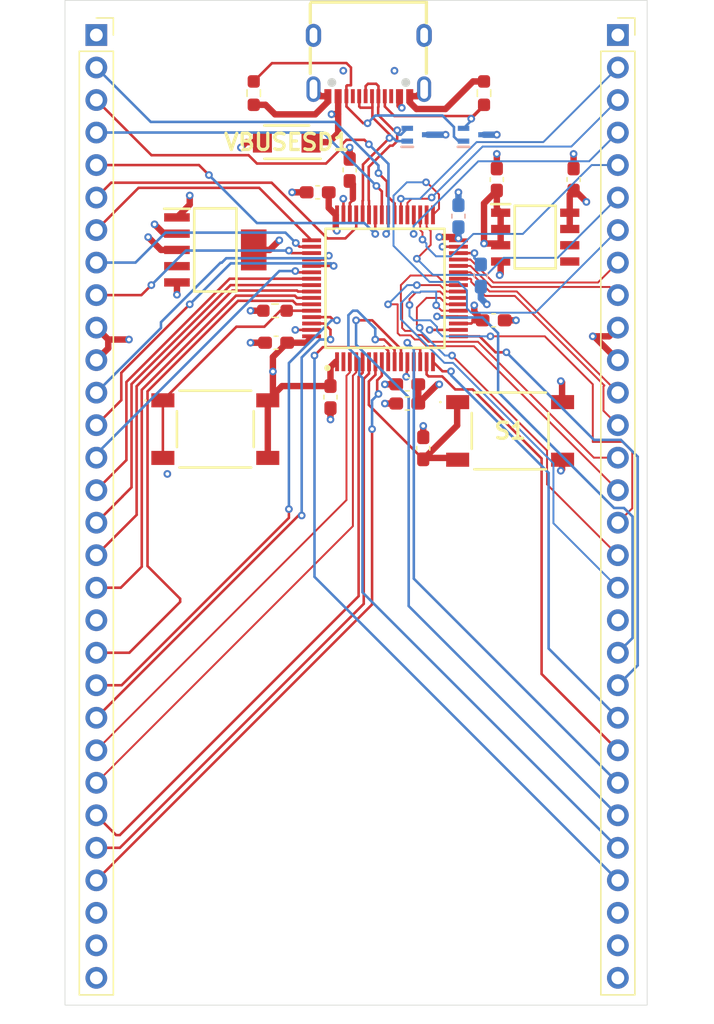
<source format=kicad_pcb>
(kicad_pcb (version 20240108) (generator "pcbnew") (generator_version "8.0")
  (layers (0 "F.Cu" signal) (1 "In1.Cu" power) (2 "In2.Cu" power) (31 "B.Cu" signal) (34 "B.Paste" user) (35 "F.Paste" user) (36 "B.SilkS" user "B.Silkscreen") (37 "F.SilkS" user "F.Silkscreen") (38 "B.Mask" user) (39 "F.Mask" user) (44 "Edge.Cuts" user))
  (net 0 "")
  (net 1 "/1.8V")
  (net 2 "GND")
  (net 3 "/VDDA")
  (net 5 "/VBUS")
  (net 8 "/NRST")
  (net 9 "Net-(MCU1-VCAP_1)")
  (net 10 "Net-(MCU1-VCAP_2)")
  (net 11 "/CC1")
  (net 12 "/CC2")
  (net 13 "/D+")
  (net 14 "/D-")
  (net 15 "/BOOT0")
  (net 16 "/PA15")
  (net 17 "/PC10")
  (net 18 "/PB15")
  (net 19 "/PB3")
  (net 20 "/PA3")
  (net 21 "/PC11")
  (net 22 "/PB7")
  (net 23 "/PA8")
  (net 24 "/PA5")
  (net 25 "/PB6")
  (net 26 "/PH0")
  (net 27 "/PA13")
  (net 28 "/PB4")
  (net 29 "/PC12")
  (net 30 "/PA7")
  (net 31 "/PA14")
  (net 32 "/PC14")
  (net 33 "/PA9")
  (net 34 "/PB0")
  (net 35 "/PB10")
  (net 36 "/PC9")
  (net 37 "/PH1")
  (net 38 "/PC5")
  (net 39 "/PB9")
  (net 40 "/PA0")
  (net 41 "/PC15")
  (net 42 "/PC3")
  (net 43 "/PB1")
  (net 44 "/PA10")
  (net 45 "/PA4")
  (net 46 "/PC1")
  (net 47 "/PB14")
  (net 48 "/PC2")
  (net 49 "/PA1")
  (net 50 "/PC6")
  (net 51 "/PC4")
  (net 52 "/PC7")
  (net 53 "/PA2")
  (net 54 "/PA6")
  (net 55 "/PB8")
  (net 57 "/PB13")
  (net 58 "/PD2")
  (net 59 "/PC0")
  (net 60 "/PB2")
  (net 61 "/PB5")
  (net 62 "/PB12")
  (footprint "Capacitor_SMD:C_0603_1608Metric_Pad1.08x0.95mm_HandSolder" (layer "F.Cu") (at 103.5 50.75 90)
    (property "Reference" "C10" (hide yes))
    (property "Value" "2.2uF 10V")
  )
  (footprint "SamacSys_Parts:SOIC127P600X175-8N" (layer "F.Cu") (at 118 56)
    (property "Reference" "3.3VLDO1" (hide yes))
    (property "Value" "MCP1726-3302E_SNVAO" (hide yes))
  )
  (footprint "Capacitor_SMD:C_0603_1608Metric_Pad1.08x0.95mm_HandSolder" (layer "F.Cu") (at 114.75 62.5)
    (property "Reference" "C7" (hide yes))
    (property "Value" "100nF 10V")
  )
  (footprint "Capacitor_SMD:C_0603_1608Metric_Pad1.08x0.95mm_HandSolder" (layer "F.Cu") (at 102 68.5 -90)
    (property "Reference" "C3" (hide yes))
    (property "Value" "100nF 10V")
  )
  (footprint "Connector_PinSocket_2.54mm:PinSocket_1x30_P2.54mm_Vertical" (layer "F.Cu") (at 83.7 40.21)
    (property "Reference" "J1" (hide yes))
    (property "Value" "Conn_01x30_Socket")
  )
  (footprint "Resistor_SMD:R_0603_1608Metric_Pad0.98x0.95mm_HandSolder" (layer "F.Cu") (at 96 44.75 -90)
    (property "Reference" "R1" (hide yes))
    (property "Value" "5.1kOhm 0.1W")
  )
  (footprint "Capacitor_SMD:C_0603_1608Metric_Pad1.08x0.95mm_HandSolder" (layer "F.Cu") (at 115 51.5 90)
    (property "Reference" "C1" (hide yes))
    (property "Value" "4.7uF 16V")
  )
  (footprint "SamacSys_Parts:TS406643BK160SMTTR" (layer "F.Cu") (at 116.04 71.14)
    (property "Reference" "S1")
    (property "Value" "SHOU HAN TS6643TP 250gf 009" (hide yes))
  )
  (footprint "Capacitor_SMD:C_0603_1608Metric_Pad1.08x0.95mm_HandSolder" (layer "F.Cu") (at 121 51.5 90)
    (property "Reference" "C2" (hide yes))
    (property "Value" "1uF 10V")
  )
  (footprint "SamacSys_Parts:SOT127P706X180-6N" (layer "F.Cu") (at 93 57)
    (property "Reference" "1.8VLDO1" (hide yes))
    (property "Value" "TPS73618QDCQRQ1" (hide yes))
  )
  (footprint "Resistor_SMD:R_0603_1608Metric_Pad0.98x0.95mm_HandSolder" (layer "F.Cu") (at 97.6625 61.75 180)
    (property "Reference" "R3" (hide yes))
    (property "Value" "10kOhm 0.1W")
  )
  (footprint "SamacSys_Parts:TS406643BK160SMTTR" (layer "F.Cu") (at 93 71)
    (property "Reference" "S2" (hide yes))
    (property "Value" "SHOU HAN TS6643TP 250gf 009" (hide yes))
  )
  (footprint "Resistor_SMD:R_0603_1608Metric_Pad0.98x0.95mm_HandSolder" (layer "F.Cu") (at 114 44.75 90)
    (property "Reference" "R2" (hide yes))
    (property "Value" "5.1kOhm 0.1W")
  )
  (footprint "SamacSys_Parts:QFP50P1200X1200X160-64N" (layer "F.Cu") (at 106.262 60 90)
    (property "Reference" "MCU1" (hide yes))
    (property "Value" "STM32H7B0RBT6" (hide yes))
  )
  (footprint "SamacSys_Parts:SODFL4626X140N" (layer "F.Cu") (at 98.58 48.58 180)
    (property "Reference" "VBUSESD1")
    (property "Value" "SMA6L5.0A_TR13" (hide yes))
  )
  (footprint "Capacitor_SMD:C_0603_1608Metric_Pad1.08x0.95mm_HandSolder" (layer "F.Cu") (at 97.75 64.25 180)
    (property "Reference" "C12" (hide yes))
    (property "Value" "100nF 10V")
  )
  (footprint "Capacitor_SMD:C_0603_1608Metric_Pad1.08x0.95mm_HandSolder" (layer "F.Cu") (at 109.25 72.5 90)
    (property "Reference" "C6" (hide yes))
    (property "Value" "100nF 10V")
  )
  (footprint "REQUIRED:conn" (layer "F.Cu") (at 104.995 42.615 180)
    (property "Reference" "USB1" (hide yes))
    (property "Value" "~")
    (fp_poly (pts (xy 3.24 -1.305) (xy 3.22287 -1.413156) (xy 3.173156 -1.510725) (xy 3.095725 -1.588156) (xy 2.998156 -1.63787) (xy 2.89 -1.655) (xy 2.781844 -1.63787) (xy 2.684275 -1.588156) (xy 2.606844 -1.510725) (xy 2.55713 -1.413156) (xy 2.54 -1.305) (xy 2.55713 -1.196844) (xy 2.606844 -1.099275) (xy 2.684275 -1.021844) (xy 2.781844 -0.97213) (xy 2.89 -0.955) (xy 2.998156 -0.97213) (xy 3.095725 -1.021844) (xy 3.173156 -1.099275) (xy 3.22287 -1.196844)) (fill solid) (layer "Edge.Cuts"))
    (fp_poly (pts (xy -2.54 -1.305) (xy -2.55713 -1.413156) (xy -2.606844 -1.510725) (xy -2.684275 -1.588156) (xy -2.781844 -1.63787) (xy -2.89 -1.655) (xy -2.998156 -1.63787) (xy -3.095725 -1.588156) (xy -3.173156 -1.510725) (xy -3.22287 -1.413156) (xy -3.24 -1.305) (xy -3.22287 -1.196844) (xy -3.173156 -1.099275) (xy -3.095725 -1.021844) (xy -2.998156 -0.97213) (xy -2.89 -0.955) (xy -2.781844 -0.97213) (xy -2.684275 -1.021844) (xy -2.606844 -1.099275) (xy -2.55713 -1.196844)) (fill solid) (layer "Edge.Cuts"))
  )
  (footprint "Capacitor_SMD:C_0603_1608Metric_Pad1.08x0.95mm_HandSolder" (layer "F.Cu") (at 101 52.5 180)
    (property "Reference" "C11" (hide yes))
    (property "Value" "100nF 10V")
  )
  (footprint "Capacitor_SMD:C_0603_1608Metric_Pad1.08x0.95mm_HandSolder" (layer "F.Cu") (at 108 69 180)
    (property "Reference" "C5" (hide yes))
    (property "Value" "100nf 10V")
  )
  (footprint "Capacitor_SMD:C_0603_1608Metric_Pad1.08x0.95mm_HandSolder" (layer "F.Cu") (at 108 67.5 180)
    (property "Reference" "C4" (hide yes))
    (property "Value" "1uF 10V")
  )
  (footprint "Connector_PinSocket_2.54mm:PinSocket_1x30_P2.54mm_Vertical" (layer "F.Cu") (at 124.46 40.21)
    (property "Reference" "J2" (hide yes))
    (property "Value" "Conn_01x30_Socket")
  )
  (footprint "Capacitor_SMD:C_0603_1608Metric_Pad1.08x0.95mm_HandSolder" (layer "B.Cu") (at 112 54.3625 90)
    (property "Reference" "C9" (hide yes))
    (property "Value" "100nF 10V")
  )
  (footprint "SamacSys_Parts:SOT50P160X90-3N" (layer "B.Cu") (at 113.2 48)
    (property "Reference" "CCESD1" (hide yes))
    (property "Value" "RCLAMP0502BATCT" (hide yes))
  )
  (footprint "Capacitor_SMD:C_0603_1608Metric_Pad1.08x0.95mm_HandSolder" (layer "B.Cu") (at 113.75 59 -90)
    (property "Reference" "C8" (hide yes))
    (property "Value" "2.2uF 10V")
  )
  (footprint "SamacSys_Parts:SOT50P160X90-3N" (layer "B.Cu") (at 108.8 48)
    (property "Reference" "DATAESD1" (hide yes))
    (property "Value" "RCLAMP0502BATCT" (hide yes))
  )
  (gr_rect (start 81.25 37.5) (end 126.75 116) (stroke (width 0.05)) (fill none) (layer "Edge.Cuts"))
  (segment (start 84.63 64) (end 84.63 64.68) (width 0.5) (layer "F.Cu") (net 1))
  (segment (start 84.63 64.68) (end 83.7 65.61) (width 0.5) (layer "F.Cu") (net 1))
  (segment (start 84.63 64) (end 83.7 63.07) (width 0.5) (layer "F.Cu") (net 1))
  (segment (start 86.25 64) (end 84.63 64) (width 0.5) (layer "F.Cu") (net 1))
  (segment (start 88.98 55.73) (end 88.25 55) (width 0.5) (layer "F.Cu") (net 1))
  (segment (start 90 55.73) (end 88.98 55.73) (width 0.5) (layer "F.Cu") (net 1))
  (via (at 86.25 64) (size 0.6) (drill 0.3) (layers "F.Cu" "B.Cu") (net 1))
  (via (at 88.25 55) (size 0.6) (drill 0.3) (layers "F.Cu" "B.Cu") (net 1))
  (segment (start 90 57) (end 88.75 57) (width 0.5) (layer "F.Cu") (net 2))
  (segment (start 115.3 57.905) (end 115.3 58.889338) (width 0.5) (layer "F.Cu") (net 2))
  (segment (start 112 56.75) (end 110.75 56.75) (width 0.2) (layer "F.Cu") (net 2))
  (segment (start 101.8 45) (end 101.8 45.42) (width 0.5) (layer "F.Cu") (net 2))
  (segment (start 115.6125 62.5) (end 116.5 62.5) (width 0.5) (layer "F.Cu") (net 2))
  (segment (start 101.795 44.99) (end 101.795 44.995) (width 0.5) (layer "F.Cu") (net 2))
  (segment (start 120.1 73.25) (end 120.1 74.15) (width 0.5) (layer "F.Cu") (net 2))
  (segment (start 107.962 66.858513) (end 107.962 65.788) (width 0.2) (layer "F.Cu") (net 2))
  (segment (start 115.3 58.889338) (end 115.219669 58.969669) (width 0.5) (layer "F.Cu") (net 2))
  (segment (start 120.1 67.35) (end 120 67.25) (width 0.5) (layer "F.Cu") (net 2))
  (segment (start 108.77 44.99) (end 109.32 44.44) (width 0.5) (layer "F.Cu") (net 2))
  (segment (start 107.912 66.908513) (end 107.962 66.858513) (width 0.2) (layer "F.Cu") (net 2))
  (segment (start 103.5 49.8875) (end 103.5 49) (width 0.5) (layer "F.Cu") (net 2))
  (segment (start 107.1375 69) (end 106.25 69) (width 0.5) (layer "F.Cu") (net 2))
  (segment (start 96.75 61.75) (end 95.75 61.75) (width 0.5) (layer "F.Cu") (net 2))
  (segment (start 96.8875 64.25) (end 95.75 64.25) (width 0.5) (layer "F.Cu") (net 2))
  (segment (start 95.42 48.58) (end 95 49) (width 0.5) (layer "F.Cu") (net 2))
  (segment (start 120.1 74.15) (end 120 74.25) (width 0.5) (layer "F.Cu") (net 2))
  (segment (start 108.72 45.99) (end 110.99 45.99) (width 0.5) (layer "F.Cu") (net 2))
  (segment (start 102 69.3625) (end 102 70.25) (width 0.5) (layer "F.Cu") (net 2))
  (segment (start 100.81 46.41) (end 97.67 46.41) (width 0.5) (layer "F.Cu") (net 2))
  (segment (start 100.524 63.25) (end 99.25 63.25) (width 0.2) (layer "F.Cu") (net 2))
  (segment (start 108.2 45.47) (end 108.72 45.99) (width 0.5) (layer "F.Cu") (net 2))
  (segment (start 96.68 48.58) (end 95.42 48.58) (width 0.5) (layer "F.Cu") (net 2))
  (segment (start 103.012 53.012) (end 103 53) (width 0.2) (layer "F.Cu") (net 2))
  (segment (start 120.1 68.75) (end 120.1 67.35) (width 0.5) (layer "F.Cu") (net 2))
  (segment (start 108.2 45) (end 108.2 45.47) (width 0.5) (layer "F.Cu") (net 2))
  (segment (start 100.1375 52.5) (end 99 52.5) (width 0.5) (layer "F.Cu") (net 2))
  (segment (start 101.795 44.99) (end 101.22 44.99) (width 0.5) (layer "F.Cu") (net 2))
  (segment (start 97.67 46.41) (end 96.9225 45.6625) (width 0.5) (layer "F.Cu") (net 2))
  (segment (start 113.1425 43.8375) (end 114 43.8375) (width 0.5) (layer "F.Cu") (net 2))
  (segment (start 101.22 44.99) (end 100.67 44.44) (width 0.5) (layer "F.Cu") (net 2))
  (segment (start 107.962 65.788) (end 108.012 65.738) (width 0.2) (layer "F.Cu") (net 2))
  (segment (start 88.75 57) (end 87.75 56) (width 0.5) (layer "F.Cu") (net 2))
  (segment (start 97.25 57) (end 98 56.25) (width 0.5) (layer "F.Cu") (net 2))
  (segment (start 115 50.6375) (end 115 49.5) (width 0.5) (layer "F.Cu") (net 2))
  (segment (start 112 63.25) (end 109.75 63.25) (width 0.2) (layer "F.Cu") (net 2))
  (segment (start 101.795 44.995) (end 101.8 45) (width 0.5) (layer "F.Cu") (net 2))
  (segment (start 101.8 45.42) (end 100.81 46.41) (width 0.5) (layer "F.Cu") (net 2))
  (segment (start 121 50.6375) (end 121 49.5) (width 0.5) (layer "F.Cu") (net 2))
  (segment (start 107.1375 67.5) (end 106.25 67.5) (width 0.5) (layer "F.Cu") (net 2))
  (segment (start 103.012 54.262) (end 103.012 53.012) (width 0.2) (layer "F.Cu") (net 2))
  (segment (start 96 57) (end 97.25 57) (width 0.5) (layer "F.Cu") (net 2))
  (segment (start 108.195 44.99) (end 108.77 44.99) (width 0.5) (layer "F.Cu") (net 2))
  (segment (start 96.9225 45.6625) (end 96 45.6625) (width 0.5) (layer "F.Cu") (net 2))
  (segment (start 110.99 45.99) (end 113.1425 43.8375) (width 0.5) (layer "F.Cu") (net 2))
  (segment (start 109.25 71.6375) (end 109.25 70.75) (width 0.5) (layer "F.Cu") (net 2))
  (via (at 103 53) (size 0.6) (drill 0.3) (layers "F.Cu" "B.Cu") (net 2))
  (via (at 115 49.5) (size 0.6) (drill 0.3) (layers "F.Cu" "B.Cu") (net 2))
  (via (at 99 52.5) (size 0.6) (drill 0.3) (layers "F.Cu" "B.Cu") (net 2))
  (via (at 95.75 64.25) (size 0.6) (drill 0.3) (layers "F.Cu" "B.Cu") (net 2))
  (via (at 112 52.5) (size 0.6) (drill 0.3) (layers "F.Cu" "B.Cu") (net 2))
  (via (at 115 48) (size 0.6) (drill 0.3) (layers "F.Cu" "B.Cu") (net 2))
  (via (at 109.25 70.75) (size 0.6) (drill 0.3) (layers "F.Cu" "B.Cu") (net 2))
  (via (at 89.25 74.5) (size 0.6) (drill 0.3) (layers "F.Cu" "B.Cu") (net 2))
  (via (at 121 49.5) (size 0.6) (drill 0.3) (layers "F.Cu" "B.Cu") (net 2))
  (via (at 114.219669 61.25) (size 0.6) (drill 0.3) (layers "F.Cu" "B.Cu") (net 2))
  (via (at 120 67.25) (size 0.6) (drill 0.3) (layers "F.Cu" "B.Cu") (net 2))
  (via (at 95.75 61.75) (size 0.6) (drill 0.3) (layers "F.Cu" "B.Cu") (net 2))
  (via (at 98 56.25) (size 0.6) (drill 0.3) (layers "F.Cu" "B.Cu") (net 2))
  (via (at 120 74.25) (size 0.6) (drill 0.3) (layers "F.Cu" "B.Cu") (net 2))
  (via (at 116.5 62.5) (size 0.6) (drill 0.3) (layers "F.Cu" "B.Cu") (net 2))
  (via (at 107.912 66.908513) (size 0.6) (drill 0.3) (layers "F.Cu" "B.Cu") (net 2))
  (via (at 103.5 49) (size 0.6) (drill 0.3) (layers "F.Cu" "B.Cu") (net 2))
  (via (at 115.219669 58.969669) (size 0.6) (drill 0.3) (layers "F.Cu" "B.Cu") (net 2))
  (via (at 87.75 56) (size 0.6) (drill 0.3) (layers "F.Cu" "B.Cu") (net 2))
  (via (at 106.25 69) (size 0.6) (drill 0.3) (layers "F.Cu" "B.Cu") (net 2))
  (via (at 99.25 63.25) (size 0.6) (drill 0.3) (layers "F.Cu" "B.Cu") (net 2))
  (via (at 95 49) (size 0.6) (drill 0.3) (layers "F.Cu" "B.Cu") (net 2))
  (via (at 106.25 67.5) (size 0.6) (drill 0.3) (layers "F.Cu" "B.Cu") (net 2))
  (via (at 102 70.25) (size 0.6) (drill 0.3) (layers "F.Cu" "B.Cu") (net 2))
  (via (at 109.75 63.25) (size 0.6) (drill 0.3) (layers "F.Cu" "B.Cu") (net 2))
  (via (at 111 48) (size 0.6) (drill 0.3) (layers "F.Cu" "B.Cu") (net 2))
  (via (at 110.75 56.75) (size 0.6) (drill 0.3) (layers "F.Cu" "B.Cu") (net 2))
  (segment (start 109.6 48) (end 111 48) (width 0.5) (layer "B.Cu") (net 2))
  (segment (start 112 53.5) (end 112 52.5) (width 0.5) (layer "B.Cu") (net 2))
  (segment (start 114 48) (end 115 48) (width 0.5) (layer "B.Cu") (net 2))
  (segment (start 113.75 59.8625) (end 113.75 60.780331) (width 0.5) (layer "B.Cu") (net 2))
  (segment (start 113.75 60.780331) (end 114.219669 61.25) (width 0.5) (layer "B.Cu") (net 2))
  (segment (start 100.124 64.25) (end 100.524 63.85) (width 0.5) (layer "F.Cu") (net 3))
  (segment (start 110.5 67.5) (end 110.3625 67.5) (width 0.5) (layer "F.Cu") (net 3))
  (segment (start 102 67.6375) (end 102 66.15) (width 0.5) (layer "F.Cu") (net 3))
  (segment (start 123.78 63.75) (end 124.46 63.07) (width 0.5) (layer "F.Cu") (net 3))
  (segment (start 108.8625 67.5) (end 108.8625 69) (width 0.5) (layer "F.Cu") (net 3))
  (segment (start 111.841051 55.991051) (end 112 56.15) (width 0.5) (layer "F.Cu") (net 3))
  (segment (start 108.512 67.1495) (end 108.8625 67.5) (width 0.2) (layer "F.Cu") (net 3))
  (segment (start 113.2375 61.328493) (end 113.2375 61.85) (width 0.5) (layer "F.Cu") (net 3))
  (segment (start 122.5 63.75) (end 122.6 63.75) (width 0.5) (layer "F.Cu") (net 3))
  (segment (start 108.512 65.738) (end 108.512 67.1495) (width 0.2) (layer "F.Cu") (net 3))
  (segment (start 102 67.6375) (end 98.2125 67.6375) (width 0.5) (layer "F.Cu") (net 3))
  (segment (start 121.1125 52.3625) (end 122 53.25) (width 0.5) (layer "F.Cu") (net 3))
  (segment (start 113.25 62.5) (end 113 62.75) (width 0.2) (layer "F.Cu") (net 3))
  (segment (start 91 52.75) (end 91 53.46) (width 0.5) (layer "F.Cu") (net 3))
  (segment (start 97.5 65.3625) (end 98.6125 64.25) (width 0.5) (layer "F.Cu") (net 3))
  (segment (start 101.8625 52.5) (end 101.8625 53.7125) (width 0.5) (layer "F.Cu") (net 3))
  (segment (start 97.5 68.35) (end 97.1 68.75) (width 0.5) (layer "F.Cu") (net 3))
  (segment (start 98.6125 64.25) (end 100.124 64.25) (width 0.5) (layer "F.Cu") (net 3))
  (segment (start 98.2125 67.6375) (end 97.1 68.75) (width 0.5) (layer "F.Cu") (net 3))
  (segment (start 97.1 68.75) (end 97.1 73.25) (width 0.5) (layer "F.Cu") (net 3))
  (segment (start 102.4625 55.5) (end 102.412 55.4495) (width 0.5) (layer "F.Cu") (net 3))
  (segment (start 97.5 66.5) (end 97.5 65.3625) (width 0.5) (layer "F.Cu") (net 3))
  (segment (start 110.3625 67.5) (end 108.8625 69) (width 0.5) (layer "F.Cu") (net 3))
  (segment (start 102.412 55.4495) (end 102.412 54.262) (width 0.5) (layer "F.Cu") (net 3))
  (segment (start 97.5 66.5) (end 97.5 68.35) (width 0.5) (layer "F.Cu") (net 3))
  (segment (start 120.7 54.095) (end 120.7 52.6625) (width 0.5) (layer "F.Cu") (net 3))
  (segment (start 101.8625 53.7125) (end 102.412 54.262) (width 0.5) (layer "F.Cu") (net 3))
  (segment (start 110.497017 55.991051) (end 111.841051 55.991051) (width 0.5) (layer "F.Cu") (net 3))
  (segment (start 112 62.75) (end 113 62.75) (width 0.2) (layer "F.Cu") (net 3))
  (segment (start 91 53.46) (end 90 54.46) (width 0.5) (layer "F.Cu") (net 3))
  (segment (start 122.5 63.75) (end 123.78 63.75) (width 0.5) (layer "F.Cu") (net 3))
  (segment (start 113.2375 61.85) (end 113.8875 62.5) (width 0.5) (layer "F.Cu") (net 3))
  (segment (start 113.8875 62.5) (end 113.25 62.5) (width 0.5) (layer "F.Cu") (net 3))
  (segment (start 90 59.54) (end 90 60.5) (width 0.5) (layer "F.Cu") (net 3))
  (segment (start 120.7 55.365) (end 120.7 54.095) (width 0.5) (layer "F.Cu") (net 3))
  (segment (start 102 66.15) (end 102.412 65.738) (width 0.5) (layer "F.Cu") (net 3))
  (segment (start 121 52.3625) (end 121.1125 52.3625) (width 0.5) (layer "F.Cu") (net 3))
  (segment (start 120.7 52.6625) (end 121 52.3625) (width 0.5) (layer "F.Cu") (net 3))
  (segment (start 102.5 55.5) (end 102.4625 55.5) (width 0.5) (layer "F.Cu") (net 3))
  (segment (start 122.6 63.75) (end 124.46 65.61) (width 0.5) (layer "F.Cu") (net 3))
  (via (at 112 56.099998) (size 0.6) (drill 0.3) (layers "F.Cu" "B.Cu") (net 3))
  (via (at 90 60.5) (size 0.6) (drill 0.3) (layers "F.Cu" "B.Cu") (net 3))
  (via (at 122 53.25) (size 0.6) (drill 0.3) (layers "F.Cu" "B.Cu") (net 3))
  (via (at 97.5 66.5) (size 0.6) (drill 0.3) (layers "F.Cu" "B.Cu") (net 3))
  (via (at 91 52.75) (size 0.6) (drill 0.3) (layers "F.Cu" "B.Cu") (net 3))
  (via (at 102.5 55.5) (size 0.6) (drill 0.3) (layers "F.Cu" "B.Cu") (net 3))
  (via (at 122.5 63.75) (size 0.6) (drill 0.3) (layers "F.Cu" "B.Cu") (net 3))
  (via (at 110.497017 55.991051) (size 0.6) (drill 0.3) (layers "F.Cu" "B.Cu") (net 3))
  (via (at 110.5 67.5) (size 0.6) (drill 0.3) (layers "F.Cu" "B.Cu") (net 3))
  (via (at 113.2375 61.328493) (size 0.6) (drill 0.3) (layers "F.Cu" "B.Cu") (net 3))
  (segment (start 112 55.225) (end 112 56.099998) (width 0.5) (layer "B.Cu") (net 3))
  (segment (start 107.395 44.99) (end 107.395 45.721986) (width 0.5) (layer "F.Cu") (net 5))
  (segment (start 115 53.795) (end 115.3 54.095) (width 0.5) (layer "F.Cu") (net 5))
  (segment (start 115.3 55.365) (end 115.3 56.635) (width 0.5) (layer "F.Cu") (net 5))
  (segment (start 101.89 48.58) (end 100.48 48.58) (width 0.5) (layer "F.Cu") (net 5))
  (segment (start 102.6 46.39) (end 102.09 46.39) (width 0.5) (layer "F.Cu") (net 5))
  (segment (start 115.165 56.5) (end 115.3 56.635) (width 0.5) (layer "F.Cu") (net 5))
  (segment (start 102.595 44.99) (end 102.595 44.995) (width 0.5) (layer "F.Cu") (net 5))
  (segment (start 102.6 47.87) (end 101.89 48.58) (width 0.5) (layer "F.Cu") (net 5))
  (segment (start 114 56.5) (end 115.165 56.5) (width 0.5) (layer "F.Cu") (net 5))
  (segment (start 102.09 46.39) (end 102.08 46.4) (width 0.5) (layer "F.Cu") (net 5))
  (segment (start 115.3 54.095) (end 115.3 55.365) (width 0.5) (layer "F.Cu") (net 5))
  (segment (start 102.595 44.995) (end 102.6 45) (width 0.5) (layer "F.Cu") (net 5))
  (segment (start 102.6 45) (end 102.6 46.39) (width 0.5) (layer "F.Cu") (net 5))
  (segment (start 115 52.3625) (end 115 53.795) (width 0.5) (layer "F.Cu") (net 5))
  (segment (start 107.395 45.721986) (end 107.573014 45.9) (width 0.5) (layer "F.Cu") (net 5))
  (segment (start 102.6 46.39) (end 102.6 47.87) (width 0.5) (layer "F.Cu") (net 5))
  (segment (start 114 56.5) (end 114 53.3625) (width 0.5) (layer "F.Cu") (net 5))
  (segment (start 114 53.3625) (end 115 52.3625) (width 0.5) (layer "F.Cu") (net 5))
  (via (at 107 43) (size 0.6) (drill 0.3) (layers "F.Cu" "B.Cu") (net 5))
  (via (at 102.08 46.4) (size 0.6) (drill 0.3) (layers "F.Cu" "B.Cu") (net 5))
  (via (at 114 56.5) (size 0.6) (drill 0.3) (layers "F.Cu" "B.Cu") (net 5))
  (via (at 107.573014 45.9) (size 0.6) (drill 0.3) (layers "F.Cu" "B.Cu") (net 5))
  (via (at 103 43) (size 0.6) (drill 0.3) (layers "F.Cu" "B.Cu") (net 5))
  (segment (start 105.512 66.759814) (end 105 67.271814) (width 0.2) (layer "F.Cu") (net 8))
  (segment (start 105 67.271814) (end 105 69.1125) (width 0.2) (layer "F.Cu") (net 8))
  (segment (start 105 69.1125) (end 109.25 73.3625) (width 0.2) (layer "F.Cu") (net 8))
  (segment (start 109.3625 73.25) (end 109.25 73.3625) (width 0.5) (layer "F.Cu") (net 8))
  (segment (start 105.512 65.738) (end 105.512 66.759814) (width 0.2) (layer "F.Cu") (net 8))
  (segment (start 109.25 73.3625) (end 111.9 70.7125) (width 0.5) (layer "F.Cu") (net 8))
  (segment (start 111.9 73.25) (end 109.3625 73.25) (width 0.5) (layer "F.Cu") (net 8))
  (segment (start 111.9 70.7125) (end 111.9 68.75) (width 0.5) (layer "F.Cu") (net 8))
  (segment (start 111.7875 68.6375) (end 111.9 68.75) (width 0.5) (layer "F.Cu") (net 8))
  (segment (start 112 57.25) (end 113.25 57.25) (width 0.2) (layer "F.Cu") (net 9))
  (via (at 113.25 57.25) (size 0.6) (drill 0.3) (layers "F.Cu" "B.Cu") (net 9))
  (segment (start 113.25 57.25) (end 113.25 57.6375) (width 0.2) (layer "B.Cu") (net 9))
  (segment (start 113.25 57.6375) (end 113.75 58.1375) (width 0.2) (layer "B.Cu") (net 9))
  (segment (start 103.512 54.262) (end 103.512 53.336529) (width 0.2) (layer "F.Cu") (net 10))
  (segment (start 103.512 53.336529) (end 103.75 53.098529) (width 0.2) (layer "F.Cu") (net 10))
  (segment (start 103.5 51.6125) (end 103.75 51.8625) (width 0.5) (layer "F.Cu") (net 10))
  (segment (start 103.75 53.098529) (end 103.75 53) (width 0.2) (layer "F.Cu") (net 10))
  (segment (start 103.75 51.8625) (end 103.75 53) (width 0.5) (layer "F.Cu") (net 10))
  (segment (start 114 45.75) (end 113 46.75) (width 0.2) (layer "F.Cu") (net 11))
  (segment (start 114 45.6625) (end 113.1225 46.54) (width 0.2) (layer "F.Cu") (net 11))
  (segment (start 106.25 45.8) (end 106.25 45) (width 0.2) (layer "F.Cu") (net 11))
  (segment (start 113.1225 46.54) (end 106.99 46.54) (width 0.2) (layer "F.Cu") (net 11))
  (segment (start 114 45.6625) (end 114 45.75) (width 0.2) (layer "F.Cu") (net 11))
  (segment (start 106.99 46.54) (end 106.25 45.8) (width 0.2) (layer "F.Cu") (net 11))
  (via (at 113 46.75) (size 0.6) (drill 0.3) (layers "F.Cu" "B.Cu") (net 11))
  (segment (start 113 46.75) (end 113 46.9) (width 0.2) (layer "B.Cu") (net 11))
  (segment (start 113 46.9) (end 112.4 47.5) (width 0.2) (layer "B.Cu") (net 11))
  (segment (start 103.25 45.8) (end 104.553018 47.103018) (width 0.2) (layer "F.Cu") (net 12))
  (segment (start 97.4275 42.41) (end 100.46 42.41) (width 0.2) (layer "F.Cu") (net 12))
  (segment (start 103.245 44.19) (end 103.245 44.99) (width 0.2) (layer "F.Cu") (net 12))
  (segment (start 96 43.8375) (end 97.4275 42.41) (width 0.2) (layer "F.Cu") (net 12))
  (segment (start 103.6 44.13) (end 103.59 44.14) (width 0.2) (layer "F.Cu") (net 12))
  (segment (start 103.245 44.99) (end 103.25 44.995) (width 0.2) (layer "F.Cu") (net 12))
  (segment (start 103.248529 42.4) (end 103.6 42.751471) (width 0.2) (layer "F.Cu") (net 12))
  (segment (start 103.25 44.995) (end 103.25 45.8) (width 0.2) (layer "F.Cu") (net 12))
  (segment (start 103.6 42.751471) (end 103.6 44.13) (width 0.2) (layer "F.Cu") (net 12))
  (segment (start 103.59 44.14) (end 103.295 44.14) (width 0.2) (layer "F.Cu") (net 12))
  (segment (start 104.553018 47.103018) (end 104.896982 47.103018) (width 0.2) (layer "F.Cu") (net 12))
  (segment (start 100.47 42.4) (end 103.248529 42.4) (width 0.2) (layer "F.Cu") (net 12))
  (segment (start 100.46 42.41) (end 100.47 42.4) (width 0.2) (layer "F.Cu") (net 12))
  (via (at 104.896982 47.103018) (size 0.6) (drill 0.3) (layers "F.Cu" "B.Cu") (net 12))
  (segment (start 112 48.5) (end 112.4 48.5) (width 0.2) (layer "B.Cu") (net 12))
  (segment (start 111.65 47.4) (end 111.65 48.15) (width 0.2) (layer "B.Cu") (net 12))
  (segment (start 105.5 46.5) (end 110.75 46.5) (width 0.2) (layer "B.Cu") (net 12))
  (segment (start 104.896982 47.103018) (end 105.5 46.5) (width 0.2) (layer "B.Cu") (net 12))
  (segment (start 111.65 48.15) (end 112 48.5) (width 0.2) (layer "B.Cu") (net 12))
  (segment (start 110.75 46.5) (end 111.65 47.4) (width 0.2) (layer "B.Cu") (net 12))
  (segment (start 104.537 50.329357) (end 106.613004 48.253353) (width 0.2) (layer "F.Cu") (net 13))
  (segment (start 105.275 45.850001) (end 105.275 45.02) (width 0.2) (layer "F.Cu") (net 13))
  (segment (start 105.275 45.850001) (end 105.235001 45.89) (width 0.2) (layer "F.Cu") (net 13))
  (segment (start 104.512 54.262) (end 104.512 53.155749) (width 0.2) (layer "F.Cu") (net 13))
  (segment (start 104.25 45.8) (end 104.25 45) (width 0.2) (layer "F.Cu") (net 13))
  (segment (start 104.512 53.155749) (end 104.537 53.130749) (width 0.2) (layer "F.Cu") (net 13))
  (segment (start 106.613004 48.253353) (end 106.613004 47.97051) (width 0.2) (layer "F.Cu") (net 13))
  (segment (start 106.613004 47.97051) (end 105.275 46.632506) (width 0.2) (layer "F.Cu") (net 13))
  (segment (start 104.34 45.89) (end 104.25 45.8) (width 0.2) (layer "F.Cu") (net 13))
  (segment (start 105.275 45.02) (end 105.245 44.99) (width 0.2) (layer "F.Cu") (net 13))
  (segment (start 104.537 53.130749) (end 104.537 50.329357) (width 0.2) (layer "F.Cu") (net 13))
  (segment (start 105.275 46.632506) (end 105.275 45.850001) (width 0.2) (layer "F.Cu") (net 13))
  (segment (start 105.235001 45.89) (end 104.34 45.89) (width 0.2) (layer "F.Cu") (net 13))
  (via (at 106.613004 48.253353) (size 0.6) (drill 0.3) (layers "F.Cu" "B.Cu") (net 13))
  (segment (start 106.613004 48.253353) (end 106.895847 48.253353) (width 0.2) (layer "B.Cu") (net 13))
  (segment (start 106.895847 48.253353) (end 107.142494 48.5) (width 0.2) (layer "B.Cu") (net 13))
  (segment (start 107.142494 48.5) (end 108 48.5) (width 0.2) (layer "B.Cu") (net 13))
  (segment (start 107.214046 48.288709) (end 107.214046 47.652311) (width 0.2) (layer "F.Cu") (net 14))
  (segment (start 104.75 44.2) (end 104.93 44.02) (width 0.2) (layer "F.Cu") (net 14))
  (segment (start 106.649402 48.853353) (end 106.861533 48.853353) (width 0.2) (layer "F.Cu") (net 14))
  (segment (start 107.213004 48.501882) (end 107.213004 48.289751) (width 0.2) (layer "F.Cu") (net 14))
  (segment (start 105.75 44.2) (end 105.75 45.825001) (width 0.2) (layer "F.Cu") (net 14))
  (segment (start 107.213004 48.289751) (end 107.214046 48.288709) (width 0.2) (layer "F.Cu") (net 14))
  (segment (start 106.931203 47.652311) (end 107.214046 47.652311) (width 0.2) (layer "F.Cu") (net 14))
  (segment (start 104.987 50.515755) (end 106.649402 48.853353) (width 0.2) (layer "F.Cu") (net 14))
  (segment (start 105.57 44.02) (end 105.75 44.2) (width 0.2) (layer "F.Cu") (net 14))
  (segment (start 105.725 46.446108) (end 106.931203 47.652311) (width 0.2) (layer "F.Cu") (net 14))
  (segment (start 105.012 53.155749) (end 104.987 53.130749) (width 0.2) (layer "F.Cu") (net 14))
  (segment (start 104.75 45) (end 104.75 44.2) (width 0.2) (layer "F.Cu") (net 14))
  (segment (start 104.987 53.130749) (end 104.987 50.515755) (width 0.2) (layer "F.Cu") (net 14))
  (segment (start 105.75 45.825001) (end 105.725 45.850001) (width 0.2) (layer "F.Cu") (net 14))
  (segment (start 106.861533 48.853353) (end 107.213004 48.501882) (width 0.2) (layer "F.Cu") (net 14))
  (segment (start 105.725 45.850001) (end 105.725 46.446108) (width 0.2) (layer "F.Cu") (net 14))
  (segment (start 104.93 44.02) (end 105.57 44.02) (width 0.2) (layer "F.Cu") (net 14))
  (segment (start 105.012 54.262) (end 105.012 53.155749) (width 0.2) (layer "F.Cu") (net 14))
  (via (at 107.214046 47.652311) (size 0.6) (drill 0.3) (layers "F.Cu" "B.Cu") (net 14))
  (segment (start 107.278892 48) (end 107.5 48) (width 0.2) (layer "B.Cu") (net 14))
  (segment (start 107.5 48) (end 108 47.5) (width 0.2) (layer "B.Cu") (net 14))
  (segment (start 107.214046 47.652311) (end 107.214046 47.935154) (width 0.2) (layer "B.Cu") (net 14))
  (segment (start 107.214046 47.935154) (end 107.278892 48) (width 0.2) (layer "B.Cu") (net 14))
  (segment (start 100.524 61.75) (end 98.575 61.75) (width 0.2) (layer "F.Cu") (net 15))
  (segment (start 98.083278 61.75) (end 96.833278 63) (width 0.2) (layer "F.Cu") (net 15))
  (segment (start 98.575 61.75) (end 98.083278 61.75) (width 0.2) (layer "F.Cu") (net 15))
  (segment (start 94.65 63) (end 88.9 68.75) (width 0.2) (layer "F.Cu") (net 15))
  (segment (start 96.833278 63) (end 94.65 63) (width 0.2) (layer "F.Cu") (net 15))
  (segment (start 88.9 68.75) (end 88.9 73.25) (width 0.2) (layer "F.Cu") (net 15))
  (segment (start 100.524 56.75) (end 99.580094 56.75) (width 0.2) (layer "F.Cu") (net 16))
  (segment (start 99.580094 56.75) (end 99.28814 56.458046) (width 0.2) (layer "F.Cu") (net 16))
  (via (at 99.28814 56.458046) (size 0.6) (drill 0.3) (layers "F.Cu" "B.Cu") (net 16))
  (segment (start 99.28814 56.458046) (end 98.480094 55.65) (width 0.2) (layer "B.Cu") (net 16))
  (segment (start 86.76 57.99) (end 83.7 57.99) (width 0.2) (layer "B.Cu") (net 16))
  (segment (start 89.1 55.65) (end 86.76 57.99) (width 0.2) (layer "B.Cu") (net 16))
  (segment (start 98.480094 55.65) (end 89.1 55.65) (width 0.2) (layer "B.Cu") (net 16))
  (segment (start 98.95 57.25) (end 100.524 57.25) (width 0.2) (layer "F.Cu") (net 17))
  (segment (start 98.75 57.05) (end 98.95 57.25) (width 0.2) (layer "F.Cu") (net 17))
  (segment (start 83.7 60.53) (end 87.22 60.53) (width 0.2) (layer "F.Cu") (net 17))
  (segment (start 87.22 60.53) (end 88 59.75) (width 0.2) (layer "F.Cu") (net 17))
  (via (at 88 59.75) (size 0.6) (drill 0.3) (layers "F.Cu" "B.Cu") (net 17))
  (via (at 98.75 57.05) (size 0.6) (drill 0.3) (layers "F.Cu" "B.Cu") (net 17))
  (segment (start 88 59.75) (end 90.7 57.05) (width 0.2) (layer "B.Cu") (net 17))
  (segment (start 90.7 57.05) (end 98.75 57.05) (width 0.2) (layer "B.Cu") (net 17))
  (segment (start 108.5 54.274) (end 108.512 54.262) (width 0.15) (layer "F.Cu") (net 18))
  (segment (start 108.5 55.75) (end 108.5 54.274) (width 0.15) (layer "F.Cu") (net 18))
  (via (at 108.5 55.75) (size 0.6) (drill 0.3) (layers "F.Cu" "B.Cu") (net 18))
  (segment (start 108.5 55.126347) (end 108.5 55.75) (width 0.15) (layer "B.Cu") (net 18))
  (segment (start 122.215 50.075) (end 113.551347 50.075) (width 0.15) (layer "B.Cu") (net 18))
  (segment (start 113.551347 50.075) (end 108.5 55.126347) (width 0.15) (layer "B.Cu") (net 18))
  (segment (start 124.46 47.83) (end 122.215 50.075) (width 0.15) (layer "B.Cu") (net 18))
  (segment (start 83.7 75.77) (end 86.05 73.42) (width 0.2) (layer "F.Cu") (net 19))
  (segment (start 86.05 67.318628) (end 94.118628 59.25) (width 0.2) (layer "F.Cu") (net 19))
  (segment (start 86.05 73.42) (end 86.05 67.318628) (width 0.2) (layer "F.Cu") (net 19))
  (segment (start 94.118628 59.25) (end 100.524 59.25) (width 0.2) (layer "F.Cu") (net 19))
  (segment (start 114.901471 65) (end 113.651471 63.75) (width 0.2) (layer "F.Cu") (net 20))
  (segment (start 113.651471 63.75) (end 112 63.75) (width 0.2) (layer "F.Cu") (net 20))
  (segment (start 115.75 65) (end 114.901471 65) (width 0.2) (layer "F.Cu") (net 20))
  (via (at 115.75 65) (size 0.6) (drill 0.3) (layers "F.Cu" "B.Cu") (net 20))
  (segment (start 124.46 91.01) (end 126.01 89.46) (width 0.2) (layer "B.Cu") (net 20))
  (segment (start 122.59 71.84) (end 115.75 65) (width 0.2) (layer "B.Cu") (net 20))
  (segment (start 124.696346 71.84) (end 122.59 71.84) (width 0.2) (layer "B.Cu") (net 20))
  (segment (start 126.01 73.153654) (end 124.696346 71.84) (width 0.2) (layer "B.Cu") (net 20))
  (segment (start 126.01 89.46) (end 126.01 73.153654) (width 0.2) (layer "B.Cu") (net 20))
  (segment (start 101.57442 57.75) (end 101.87442 57.45) (width 0.2) (layer "F.Cu") (net 21))
  (segment (start 100.524 57.75) (end 101.57442 57.75) (width 0.2) (layer "F.Cu") (net 21))
  (via (at 101.87442 57.45) (size 0.6) (drill 0.3) (layers "F.Cu" "B.Cu") (net 21))
  (segment (start 93.85 57.65) (end 93.5 58) (width 0.2) (layer "B.Cu") (net 21))
  (segment (start 93.5 58) (end 93.401471 58) (width 0.2) (layer "B.Cu") (net 21))
  (segment (start 101.67442 57.65) (end 93.85 57.65) (width 0.2) (layer "B.Cu") (net 21))
  (segment (start 88.75 62.651471) (end 88.75 63.1) (width 0.2) (layer "B.Cu") (net 21))
  (segment (start 93.401471 58) (end 88.75 62.651471) (width 0.2) (layer "B.Cu") (net 21))
  (segment (start 101.87442 57.45) (end 101.67442 57.65) (width 0.2) (layer "B.Cu") (net 21))
  (segment (start 88.75 63.1) (end 83.7 68.15) (width 0.2) (layer "B.Cu") (net 21))
  (segment (start 90.25 84.25) (end 90.25 84.5) (width 0.2) (layer "F.Cu") (net 22))
  (segment (start 94.775 60.975) (end 87.7 68.05) (width 0.2) (layer "F.Cu") (net 22))
  (segment (start 87.7 81.7) (end 90.25 84.25) (width 0.2) (layer "F.Cu") (net 22))
  (segment (start 99.329222 61.25) (end 99.054222 60.975) (width 0.2) (layer "F.Cu") (net 22))
  (segment (start 100.524 61.25) (end 99.329222 61.25) (width 0.2) (layer "F.Cu") (net 22))
  (segment (start 99.054222 60.975) (end 94.775 60.975) (width 0.2) (layer "F.Cu") (net 22))
  (segment (start 90.25 84.5) (end 86.28 88.47) (width 0.2) (layer "F.Cu") (net 22))
  (segment (start 87.7 68.05) (end 87.7 81.7) (width 0.2) (layer "F.Cu") (net 22))
  (segment (start 86.28 88.47) (end 83.7 88.47) (width 0.2) (layer "F.Cu") (net 22))
  (segment (start 83.7 45.29) (end 88.01 49.6) (width 0.2) (layer "F.Cu") (net 23))
  (segment (start 106.35 55.75) (end 106.512 55.588) (width 0.2) (layer "F.Cu") (net 23))
  (segment (start 102.9 49) (end 102.9 48.751471) (width 0.2) (layer "F.Cu") (net 23))
  (segment (start 106.512 55.588) (end 106.512 54.262) (width 0.2) (layer "F.Cu") (net 23))
  (segment (start 95.6 49.6) (end 96.25 50.25) (width 0.2) (layer "F.Cu") (net 23))
  (segment (start 104.65 48.4) (end 105 48.75) (width 0.2) (layer "F.Cu") (net 23))
  (segment (start 96.25 50.25) (end 101.65 50.25) (width 0.2) (layer "F.Cu") (net 23))
  (segment (start 101.65 50.25) (end 102.9 49) (width 0.2) (layer "F.Cu") (net 23))
  (segment (start 103.251471 48.4) (end 104.65 48.4) (width 0.2) (layer "F.Cu") (net 23))
  (segment (start 88.01 49.6) (end 95.6 49.6) (width 0.2) (layer "F.Cu") (net 23))
  (segment (start 102.9 48.751471) (end 103.251471 48.4) (width 0.2) (layer "F.Cu") (net 23))
  (via (at 106.35 55.75) (size 0.6) (drill 0.3) (layers "F.Cu" "B.Cu") (net 23))
  (via (at 105 48.75) (size 0.6) (drill 0.3) (layers "F.Cu" "B.Cu") (net 23))
  (segment (start 106.529968 52.122164) (end 106.529968 55.570032) (width 0.2) (layer "B.Cu") (net 23))
  (segment (start 106.529968 55.570032) (end 106.35 55.75) (width 0.2) (layer "B.Cu") (net 23))
  (segment (start 106.529968 52.122164) (end 106.529968 50.279968) (width 0.2) (layer "B.Cu") (net 23))
  (segment (start 106.529968 50.279968) (end 105 48.75) (width 0.2) (layer "B.Cu") (net 23))
  (segment (start 110.2626 61.325) (end 110.6876 61.75) (width 0.15) (layer "F.Cu") (net 24))
  (segment (start 110.6876 61.75) (end 112 61.75) (width 0.15) (layer "F.Cu") (net 24))
  (via (at 110.2626 61.325) (size 0.6) (drill 0.3) (layers "F.Cu" "B.Cu") (net 24))
  (segment (start 108.412782 60.25) (end 107.5 61.162782) (width 0.15) (layer "B.Cu") (net 24))
  (segment (start 109.063173 60.25) (end 108.988173 60.325) (width 0.15) (layer "B.Cu") (net 24))
  (segment (start 111.575 65.825) (end 119.425 73.675) (width 0.15) (layer "B.Cu") (net 24))
  (segment (start 110.2626 60.25) (end 109.063173 60.25) (width 0.15) (layer "B.Cu") (net 24))
  (segment (start 108.511827 60.325) (end 108.436827 60.25) (width 0.15) (layer "B.Cu") (net 24))
  (segment (start 119.425 78.355) (end 124.46 83.39) (width 0.15) (layer "B.Cu") (net 24))
  (segment (start 107.5 62.418798) (end 110.906202 65.825) (width 0.15) (layer "B.Cu") (net 24))
  (segment (start 107.5 61.162782) (end 107.5 62.418798) (width 0.15) (layer "B.Cu") (net 24))
  (segment (start 110.906202 65.825) (end 111.575 65.825) (width 0.15) (layer "B.Cu") (net 24))
  (segment (start 108.988173 60.325) (end 108.511827 60.325) (width 0.15) (layer "B.Cu") (net 24))
  (segment (start 110.2626 61.325) (end 110.2626 60.25) (width 0.15) (layer "B.Cu") (net 24))
  (segment (start 119.425 73.675) (end 119.425 78.355) (width 0.15) (layer "B.Cu") (net 24))
  (segment (start 108.436827 60.25) (end 108.412782 60.25) (width 0.15) (layer "B.Cu") (net 24))
  (segment (start 87.25 81.75) (end 85.61 83.39) (width 0.2) (layer "F.Cu") (net 25))
  (segment (start 87.25 67.934314) (end 87.25 81.75) (width 0.2) (layer "F.Cu") (net 25))
  (segment (start 94.609314 60.575) (end 87.25 67.934314) (width 0.2) (layer "F.Cu") (net 25))
  (segment (start 99.394908 60.75) (end 99.219908 60.575) (width 0.2) (layer "F.Cu") (net 25))
  (segment (start 100.524 60.75) (end 99.394908 60.75) (width 0.2) (layer "F.Cu") (net 25))
  (segment (start 85.61 83.39) (end 83.7 83.39) (width 0.2) (layer "F.Cu") (net 25))
  (segment (start 99.219908 60.575) (end 94.609314 60.575) (width 0.2) (layer "F.Cu") (net 25))
  (segment (start 85.532843 102.717157) (end 104.2 84.05) (width 0.2) (layer "F.Cu") (net 26))
  (segment (start 104.434315 66.671814) (end 104.434316 66.671814) (width 0.2) (layer "F.Cu") (net 26))
  (segment (start 104.512 66.59413) (end 104.512 65.738) (width 0.2) (layer "F.Cu") (net 26))
  (segment (start 104.434316 66.671814) (end 104.512 66.59413) (width 0.2) (layer "F.Cu") (net 26))
  (segment (start 83.7 101.17) (end 85.247157 102.717157) (width 0.2) (layer "F.Cu") (net 26))
  (segment (start 104.2 84.05) (end 104.2 66.906129) (width 0.2) (layer "F.Cu") (net 26))
  (segment (start 85.247157 102.717157) (end 85.532843 102.717157) (width 0.2) (layer "F.Cu") (net 26))
  (segment (start 104.2 66.906129) (end 104.434315 66.671814) (width 0.2) (layer "F.Cu") (net 26))
  (segment (start 84.86 51.75) (end 97.401471 51.75) (width 0.2) (layer "F.Cu") (net 27))
  (segment (start 97.401471 51.75) (end 101.751471 56.1) (width 0.2) (layer "F.Cu") (net 27))
  (segment (start 103.1615 56.1) (end 104.012 55.2495) (width 0.2) (layer "F.Cu") (net 27))
  (segment (start 101.751471 56.1) (end 103.1615 56.1) (width 0.2) (layer "F.Cu") (net 27))
  (segment (start 83.7 52.91) (end 84.86 51.75) (width 0.2) (layer "F.Cu") (net 27))
  (segment (start 104.012 55.2495) (end 104.012 54.262) (width 0.2) (layer "F.Cu") (net 27))
  (segment (start 94.184314 59.75) (end 86.45 67.484314) (width 0.2) (layer "F.Cu") (net 28))
  (segment (start 86.45 67.484314) (end 86.45 75.55) (width 0.2) (layer "F.Cu") (net 28))
  (segment (start 86.45 75.55) (end 85.75 76.25) (width 0.2) (layer "F.Cu") (net 28))
  (segment (start 85.75 76.25) (end 85.75 76.26) (width 0.2) (layer "F.Cu") (net 28))
  (segment (start 85.75 76.26) (end 83.7 78.31) (width 0.2) (layer "F.Cu") (net 28))
  (segment (start 100.524 59.75) (end 94.184314 59.75) (width 0.2) (layer "F.Cu") (net 28))
  (segment (start 83.7 70.69) (end 85.65 68.74) (width 0.2) (layer "F.Cu") (net 29))
  (segment (start 85.65 66.6) (end 91 61.25) (width 0.2) (layer "F.Cu") (net 29))
  (segment (start 85.65 68.74) (end 85.65 66.6) (width 0.2) (layer "F.Cu") (net 29))
  (segment (start 102.25 58.25) (end 100.524 58.25) (width 0.2) (layer "F.Cu") (net 29))
  (via (at 102.25 58.25) (size 0.6) (drill 0.3) (layers "F.Cu" "B.Cu") (net 29))
  (via (at 91 61.25) (size 0.6) (drill 0.3) (layers "F.Cu" "B.Cu") (net 29))
  (segment (start 91 61.25) (end 94.2 58.05) (width 0.2) (layer "B.Cu") (net 29))
  (segment (start 102.05 58.05) (end 102.25 58.25) (width 0.2) (layer "B.Cu") (net 29))
  (segment (start 94.2 58.05) (end 102.05 58.05) (width 0.2) (layer "B.Cu") (net 29))
  (segment (start 110.567526 60.25) (end 111.067526 60.75) (width 0.15) (layer "F.Cu") (net 30))
  (segment (start 108.675 60.325) (end 108.988173 60.325) (width 0.15) (layer "F.Cu") (net 30))
  (segment (start 125.585 72.764009) (end 124.820991 72) (width 0.15) (layer "F.Cu") (net 30))
  (segment (start 125.585 77.185) (end 125.585 72.764009) (width 0.15) (layer "F.Cu") (net 30))
  (segment (start 109.063173 60.25) (end 110.567526 60.25) (width 0.15) (layer "F.Cu") (net 30))
  (segment (start 124.820991 72) (end 122.5 72) (width 0.15) (layer "F.Cu") (net 30))
  (segment (start 108.988173 60.325) (end 109.063173 60.25) (width 0.15) (layer "F.Cu") (net 30))
  (segment (start 122.5 67.5) (end 118.75 63.75) (width 0.15) (layer "F.Cu") (net 30))
  (segment (start 118.75 63.75) (end 114.5 63.75) (width 0.15) (layer "F.Cu") (net 30))
  (segment (start 122.5 72) (end 122.5 67.5) (width 0.15) (layer "F.Cu") (net 30))
  (segment (start 108.175 61.300955) (end 108.175 60.825) (width 0.15) (layer "F.Cu") (net 30))
  (segment (start 111.067526 60.75) (end 112 60.75) (width 0.15) (layer "F.Cu") (net 30))
  (segment (start 124.46 78.31) (end 125.585 77.185) (width 0.15) (layer "F.Cu") (net 30))
  (segment (start 108.175 60.825) (end 108.675 60.325) (width 0.15) (layer "F.Cu") (net 30))
  (via (at 108.175 61.300955) (size 0.6) (drill 0.3) (layers "F.Cu" "B.Cu") (net 30))
  (via (at 114.5 63.75) (size 0.6) (drill 0.3) (layers "F.Cu" "B.Cu") (net 30))
  (segment (start 108.5 62.5) (end 109.813173 62.5) (width 0.15) (layer "B.Cu") (net 30))
  (segment (start 110.75 63.75) (end 114.5 63.75) (width 0.15) (layer "B.Cu") (net 30))
  (segment (start 108.175 61.300955) (end 108.175 62.175) (width 0.15) (layer "B.Cu") (net 30))
  (segment (start 108.175 62.175) (end 108.5 62.5) (width 0.15) (layer "B.Cu") (net 30))
  (segment (start 109.813173 62.5) (end 110.325 63.011827) (width 0.15) (layer "B.Cu") (net 30))
  (segment (start 110.325 63.011827) (end 110.325 63.325) (width 0.15) (layer "B.Cu") (net 30))
  (segment (start 110.325 63.325) (end 110.75 63.75) (width 0.15) (layer "B.Cu") (net 30))
  (segment (start 96.424 52.15) (end 100.524 56.25) (width 0.2) (layer "F.Cu") (net 31))
  (segment (start 87 52.15) (end 96.424 52.15) (width 0.2) (layer "F.Cu") (net 31))
  (segment (start 83.7 55.45) (end 87 52.15) (width 0.2) (layer "F.Cu") (net 31))
  (segment (start 103.25 76.54) (end 83.7 96.09) (width 0.15) (layer "F.Cu") (net 32))
  (segment (start 103.512 65.738) (end 103.512 66.568824) (width 0.15) (layer "F.Cu") (net 32))
  (segment (start 103.512 66.568824) (end 103.25 66.830824) (width 0.15) (layer "F.Cu") (net 32))
  (segment (start 103.25 66.830824) (end 103.25 76.54) (width 0.15) (layer "F.Cu") (net 32))
  (segment (start 106.012 54.262) (end 106.012 52.425) (width 0.2) (layer "F.Cu") (net 33))
  (segment (start 106.012 52.425) (end 105.587 52) (width 0.2) (layer "F.Cu") (net 33))
  (via (at 105.587 52) (size 0.6) (drill 0.3) (layers "F.Cu" "B.Cu") (net 33))
  (segment (start 101.417 47.83) (end 83.7 47.83) (width 0.2) (layer "B.Cu") (net 33))
  (segment (start 105.587 52) (end 101.417 47.83) (width 0.2) (layer "B.Cu") (net 33))
  (segment (start 116.409696 60.594669) (end 123.407514 67.592487) (width 0.15) (layer "F.Cu") (net 34))
  (segment (start 114.094669 60.594669) (end 116.409696 60.594669) (width 0.15) (layer "F.Cu") (net 34))
  (segment (start 123.335 67.665001) (end 123.335 69.565) (width 0.15) (layer "F.Cu") (net 34))
  (segment (start 112 59.25) (end 112.942526 59.25) (width 0.15) (layer "F.Cu") (net 34))
  (segment (start 112.942526 59.25) (end 113 59.307474) (width 0.15) (layer "F.Cu") (net 34))
  (segment (start 123.335 69.565) (end 124.46 70.69) (width 0.15) (layer "F.Cu") (net 34))
  (segment (start 123.407514 67.592487) (end 123.335 67.665001) (width 0.15) (layer "F.Cu") (net 34))
  (segment (start 113 59.5) (end 114.094669 60.594669) (width 0.15) (layer "F.Cu") (net 34))
  (segment (start 113 59.307474) (end 113 59.5) (width 0.15) (layer "F.Cu") (net 34))
  (segment (start 124.46 57.99) (end 122.905331 59.544669) (width 0.15) (layer "F.Cu") (net 35))
  (segment (start 122.905331 59.544669) (end 114.732169 59.544669) (width 0.15) (layer "F.Cu") (net 35))
  (segment (start 114.732169 59.544669) (end 112.9375 57.75) (width 0.15) (layer "F.Cu") (net 35))
  (segment (start 112.9375 57.75) (end 112 57.75) (width 0.15) (layer "F.Cu") (net 35))
  (segment (start 106.412 51.662) (end 105.75 51) (width 0.2) (layer "F.Cu") (net 36))
  (segment (start 106.412 52.760529) (end 106.412 51.662) (width 0.2) (layer "F.Cu") (net 36))
  (segment (start 107.012 54.262) (end 107.012 53.360529) (width 0.2) (layer "F.Cu") (net 36))
  (segment (start 107.012 53.360529) (end 106.412 52.760529) (width 0.2) (layer "F.Cu") (net 36))
  (via (at 105.75 51) (size 0.6) (drill 0.3) (layers "F.Cu" "B.Cu") (net 36))
  (segment (start 87.95 47) (end 83.7 42.75) (width 0.2) (layer "B.Cu") (net 36))
  (segment (start 105.75 51) (end 105.75 50.401471) (width 0.2) (layer "B.Cu") (net 36))
  (segment (start 105.75 50.401471) (end 102.348529 47) (width 0.2) (layer "B.Cu") (net 36))
  (segment (start 102.348529 47) (end 87.95 47) (width 0.2) (layer "B.Cu") (net 36))
  (segment (start 104.6 67.071814) (end 104.834315 66.8375) (width 0.2) (layer "F.Cu") (net 37))
  (segment (start 85.54 103.71) (end 104.6 84.65) (width 0.2) (layer "F.Cu") (net 37))
  (segment (start 104.6 84.65) (end 104.6 67.071814) (width 0.2) (layer "F.Cu") (net 37))
  (segment (start 105.012 66.659814) (end 105.012 65.738) (width 0.2) (layer "F.Cu") (net 37))
  (segment (start 104.834315 66.8375) (end 105.012 66.659814) (width 0.2) (layer "F.Cu") (net 37))
  (segment (start 83.7 103.71) (end 85.54 103.71) (width 0.2) (layer "F.Cu") (net 37))
  (segment (start 109.658147 64.175) (end 109.133147 63.65) (width 0.15) (layer "F.Cu") (net 38))
  (segment (start 111.0625 59.75) (end 112 59.75) (width 0.15) (layer "F.Cu") (net 38))
  (segment (start 124.46 73.23) (end 122.58 73.23) (width 0.15) (layer "F.Cu") (net 38))
  (segment (start 108.731202 63.65) (end 108.406202 63.325) (width 0.15) (layer "F.Cu") (net 38))
  (segment (start 107.5 61.005025) (end 107.5 59.75) (width 0.15) (layer "F.Cu") (net 38))
  (segment (start 122.58 73.23) (end 113.525 64.175) (width 0.15) (layer "F.Cu") (net 38))
  (segment (start 107.825 63.325) (end 107.6 63.1) (width 0.15) (layer "F.Cu") (net 38))
  (segment (start 108.406202 63.325) (end 107.825 63.325) (width 0.15) (layer "F.Cu") (net 38))
  (segment (start 109.133147 63.65) (end 108.731202 63.65) (width 0.15) (layer "F.Cu") (net 38))
  (segment (start 107.6 61.105025) (end 107.5 61.005025) (width 0.15) (layer "F.Cu") (net 38))
  (segment (start 110.3125 59) (end 111.0625 59.75) (width 0.15) (layer "F.Cu") (net 38))
  (segment (start 113.525 64.175) (end 109.658147 64.175) (width 0.15) (layer "F.Cu") (net 38))
  (segment (start 108.25 59) (end 110.3125 59) (width 0.15) (layer "F.Cu") (net 38))
  (segment (start 107.5 59.75) (end 108.25 59) (width 0.15) (layer "F.Cu") (net 38))
  (segment (start 107.6 63.1) (end 107.6 61.105025) (width 0.15) (layer "F.Cu") (net 38))
  (segment (start 99.5 77.75) (end 99.75 77.75) (width 0.2) (layer "F.Cu") (net 39))
  (segment (start 102 64) (end 102 63.2385) (width 0.2) (layer "F.Cu") (net 39))
  (segment (start 83.7 93.55) (end 99.5 77.75) (width 0.2) (layer "F.Cu") (net 39))
  (segment (start 102 63.2385) (end 101.5115 62.75) (width 0.2) (layer "F.Cu") (net 39))
  (segment (start 101.5115 62.75) (end 100.524 62.75) (width 0.2) (layer "F.Cu") (net 39))
  (via (at 102 64) (size 0.6) (drill 0.3) (layers "F.Cu" "B.Cu") (net 39))
  (via (at 99.75 77.75) (size 0.6) (drill 0.3) (layers "F.Cu" "B.Cu") (net 39))
  (segment (start 99.75 65.401471) (end 101.151471 64) (width 0.2) (layer "B.Cu") (net 39))
  (segment (start 101.151471 64) (end 102 64) (width 0.2) (layer "B.Cu") (net 39))
  (segment (start 99.75 77.75) (end 99.75 65.401471) (width 0.2) (layer "B.Cu") (net 39))
  (segment (start 109.012 64.7505) (end 109.012 65.738) (width 0.2) (layer "F.Cu") (net 40))
  (segment (start 108.450499 64.7005) (end 108.962 64.7005) (width 0.2) (layer "F.Cu") (net 40))
  (segment (start 107.999999 64.25) (end 108.450499 64.7005) (width 0.2) (layer "F.Cu") (net 40))
  (segment (start 108.962 64.7005) (end 109.012 64.7505) (width 0.2) (layer "F.Cu") (net 40))
  (via (at 107.999999 64.25) (size 0.6) (drill 0.3) (layers "F.Cu" "B.Cu") (net 40))
  (segment (start 124.46 98.63) (end 108.512 82.682) (width 0.2) (layer "B.Cu") (net 40))
  (segment (start 108.512 82.682) (end 108.512 64.762001) (width 0.2) (layer "B.Cu") (net 40))
  (segment (start 108.512 64.762001) (end 107.999999 64.25) (width 0.2) (layer "B.Cu") (net 40))
  (segment (start 103.75 78.58) (end 83.7 98.63) (width 0.15) (layer "F.Cu") (net 41))
  (segment (start 104.012 65.738) (end 104.012 66.563799) (width 0.15) (layer "F.Cu") (net 41))
  (segment (start 104.012 66.563799) (end 103.75 66.825799) (width 0.15) (layer "F.Cu") (net 41))
  (segment (start 103.75 66.825799) (end 103.75 78.58) (width 0.15) (layer "F.Cu") (net 41))
  (segment (start 105.2615 62.5) (end 107.512 64.7505) (width 0.2) (layer "F.Cu") (net 42))
  (segment (start 104 62.5) (end 105.2615 62.5) (width 0.2) (layer "F.Cu") (net 42))
  (segment (start 107.512 64.7505) (end 107.512 65.738) (width 0.2) (layer "F.Cu") (net 42))
  (via (at 104 62.5) (size 0.6) (drill 0.3) (layers "F.Cu" "B.Cu") (net 42))
  (segment (start 104 62.5) (end 104 64.401471) (width 0.2) (layer "B.Cu") (net 42))
  (segment (start 108.112 68.513471) (end 108.112 84.822) (width 0.2) (layer "B.Cu") (net 42))
  (segment (start 108.112 84.822) (end 124.46 101.17) (width 0.2) (layer "B.Cu") (net 42))
  (segment (start 104 64.401471) (end 108.112 68.513471) (width 0.2) (layer "B.Cu") (net 42))
  (segment (start 112.9375 58.75) (end 112 58.75) (width 0.15) (layer "F.Cu") (net 43))
  (segment (start 124.46 68.15) (end 116.554669 60.244669) (width 0.15) (layer "F.Cu") (net 43))
  (segment (start 116.554669 60.244669) (end 114.432169 60.244669) (width 0.15) (layer "F.Cu") (net 43))
  (segment (start 114.432169 60.244669) (end 112.9375 58.75) (width 0.15) (layer "F.Cu") (net 43))
  (segment (start 105.5 55.75) (end 105.5 54.274) (width 0.2) (layer "F.Cu") (net 44))
  (segment (start 105.5 54.274) (end 105.512 54.262) (width 0.2) (layer "F.Cu") (net 44))
  (segment (start 91.72 50.37) (end 92.5 51.15) (width 0.2) (layer "F.Cu") (net 44))
  (segment (start 83.7 50.37) (end 91.72 50.37) (width 0.2) (layer "F.Cu") (net 44))
  (via (at 92.5 51.15) (size 0.6) (drill 0.3) (layers "F.Cu" "B.Cu") (net 44))
  (via (at 105.5 55.75) (size 0.6) (drill 0.3) (layers "F.Cu" "B.Cu") (net 44))
  (segment (start 92.5 51.15) (end 96.25 54.9) (width 0.2) (layer "B.Cu") (net 44))
  (segment (start 104.65 54.9) (end 105.5 55.75) (width 0.2) (layer "B.Cu") (net 44))
  (segment (start 96.25 54.9) (end 104.65 54.9) (width 0.2) (layer "B.Cu") (net 44))
  (segment (start 110.32648 62.200133) (end 111.950133 62.200133) (width 0.2) (layer "F.Cu") (net 45))
  (segment (start 111.950133 62.200133) (end 112 62.25) (width 0.2) (layer "F.Cu") (net 45))
  (via (at 110.32648 62.200133) (size 0.6) (drill 0.3) (layers "F.Cu" "B.Cu") (net 45))
  (segment (start 125.61 77.833654) (end 124.936346 77.16) (width 0.2) (layer "B.Cu") (net 45))
  (segment (start 115.1 68.1) (end 115.1 63.501471) (width 0.2) (layer "B.Cu") (net 45))
  (segment (start 115.1 63.501471) (end 113.877022 62.278493) (width 0.2) (layer "B.Cu") (net 45))
  (segment (start 124.936346 77.16) (end 124.16 77.16) (width 0.2) (layer "B.Cu") (net 45))
  (segment (start 124.46 88.47) (end 125.61 87.32) (width 0.2) (layer "B.Cu") (net 45))
  (segment (start 125.61 87.32) (end 125.61 77.833654) (width 0.2) (layer "B.Cu") (net 45))
  (segment (start 110.40484 62.278493) (end 110.32648 62.200133) (width 0.2) (layer "B.Cu") (net 45))
  (segment (start 124.16 77.16) (end 115.1 68.1) (width 0.2) (layer "B.Cu") (net 45))
  (segment (start 113.877022 62.278493) (end 110.40484 62.278493) (width 0.2) (layer "B.Cu") (net 45))
  (segment (start 101.4 64.6) (end 100.75 65.25) (width 0.2) (layer "F.Cu") (net 46))
  (segment (start 106.15 64.6) (end 101.4 64.6) (width 0.2) (layer "F.Cu") (net 46))
  (segment (start 106.512 64.881872) (end 106.190064 64.559936) (width 0.2) (layer "F.Cu") (net 46))
  (segment (start 106.512 65.738) (end 106.512 64.881872) (width 0.2) (layer "F.Cu") (net 46))
  (segment (start 106.190064 64.559936) (end 106.15 64.6) (width 0.2) (layer "F.Cu") (net 46))
  (via (at 100.75 65.25) (size 0.6) (drill 0.3) (layers "F.Cu" "B.Cu") (net 46))
  (segment (start 100.75 65.25) (end 100.75 82.54) (width 0.2) (layer "B.Cu") (net 46))
  (segment (start 100.75 82.54) (end 124.46 106.25) (width 0.2) (layer "B.Cu") (net 46))
  (segment (start 109.189339 56.189339) (end 109.189339 55.626166) (width 0.15) (layer "F.Cu") (net 47))
  (segment (start 109.189339 55.626166) (end 109.012 55.448827) (width 0.15) (layer "F.Cu") (net 47))
  (segment (start 109.012 55.448827) (end 109.012 54.262) (width 0.15) (layer "F.Cu") (net 47))
  (via (at 109.189339 56.189339) (size 0.6) (drill 0.3) (layers "F.Cu" "B.Cu") (net 47))
  (segment (start 122.414975 50.37) (end 124.46 50.37) (width 0.15) (layer "B.Cu") (net 47))
  (segment (start 109.5 56.5) (end 109.5 56.75) (width 0.15) (layer "B.Cu") (net 47))
  (segment (start 109.5 56.75) (end 110.25 57.5) (width 0.15) (layer "B.Cu") (net 47))
  (segment (start 111.413171 57.5) (end 113.163171 55.75) (width 0.15) (layer "B.Cu") (net 47))
  (segment (start 110.25 57.5) (end 111.413171 57.5) (width 0.15) (layer "B.Cu") (net 47))
  (segment (start 109.189339 56.189339) (end 109.5 56.5) (width 0.15) (layer "B.Cu") (net 47))
  (segment (start 117.034975 55.75) (end 122.414975 50.37) (width 0.15) (layer "B.Cu") (net 47))
  (segment (start 113.163171 55.75) (end 117.034975 55.75) (width 0.15) (layer "B.Cu") (net 47))
  (segment (start 107.012 65.738) (end 107.012 64.816186) (width 0.2) (layer "F.Cu") (net 48))
  (segment (start 107.012 64.816186) (end 106.222907 64.027093) (width 0.2) (layer "F.Cu") (net 48))
  (segment (start 106.195814 64) (end 105.5 64) (width 0.2) (layer "F.Cu") (net 48))
  (segment (start 106.222907 64.027093) (end 106.195814 64) (width 0.2) (layer "F.Cu") (net 48))
  (via (at 105.5 64) (size 0.6) (drill 0.3) (layers "F.Cu" "B.Cu") (net 48))
  (segment (start 105.5 64) (end 105.5 63.151471) (width 0.2) (layer "B.Cu") (net 48))
  (segment (start 104.5 83.75) (end 124.46 103.71) (width 0.2) (layer "B.Cu") (net 48))
  (segment (start 104.25 66.75) (end 104.5 67) (width 0.2) (layer "B.Cu") (net 48))
  (segment (start 103.4 62.1) (end 103.4 64.65) (width 0.2) (layer "B.Cu") (net 48))
  (segment (start 104.098529 61.75) (end 103.75 61.75) (width 0.2) (layer "B.Cu") (net 48))
  (segment (start 104.5 67) (end 104.5 83.75) (width 0.2) (layer "B.Cu") (net 48))
  (segment (start 104.25 65.5) (end 104.25 66.75) (width 0.2) (layer "B.Cu") (net 48))
  (segment (start 105.5 63.151471) (end 104.098529 61.75) (width 0.2) (layer "B.Cu") (net 48))
  (segment (start 103.4 64.65) (end 104.25 65.5) (width 0.2) (layer "B.Cu") (net 48))
  (segment (start 103.75 61.75) (end 103.4 62.1) (width 0.2) (layer "B.Cu") (net 48))
  (segment (start 118.5 90.13) (end 124.46 96.09) (width 0.2) (layer "F.Cu") (net 49))
  (segment (start 109.668087 66.881587) (end 110.731587 66.881587) (width 0.2) (layer "F.Cu") (net 49))
  (segment (start 111.75 67.9) (end 113.1 67.9) (width 0.2) (layer "F.Cu") (net 49))
  (segment (start 109.512 66.7255) (end 109.668087 66.881587) (width 0.2) (layer "F.Cu") (net 49))
  (segment (start 109.512 65.738) (end 109.512 66.7255) (width 0.2) (layer "F.Cu") (net 49))
  (segment (start 110.731587 66.881587) (end 111.75 67.9) (width 0.2) (layer "F.Cu") (net 49))
  (segment (start 118.5 73.3) (end 118.5 90.13) (width 0.2) (layer "F.Cu") (net 49))
  (segment (start 113.1 67.9) (end 118.5 73.3) (width 0.2) (layer "F.Cu") (net 49))
  (segment (start 108.012 53.3245) (end 108.012 54.262) (width 0.15) (layer "F.Cu") (net 50))
  (segment (start 109.906587 52.906587) (end 109.813174 53) (width 0.15) (layer "F.Cu") (net 50))
  (segment (start 108.3365 53) (end 108.012 53.3245) (width 0.15) (layer "F.Cu") (net 50))
  (segment (start 109.813174 53) (end 108.3365 53) (width 0.15) (layer "F.Cu") (net 50))
  (via (at 109.906587 52.906587) (size 0.6) (drill 0.3) (layers "F.Cu" "B.Cu") (net 50))
  (segment (start 120.825 48.925) (end 113.888174 48.925) (width 0.15) (layer "B.Cu") (net 50))
  (segment (start 124.46 45.29) (end 120.825 48.925) (width 0.15) (layer "B.Cu") (net 50))
  (segment (start 113.888174 48.925) (end 109.906587 52.906587) (width 0.15) (layer "B.Cu") (net 50))
  (segment (start 106.5 61.25) (end 107.25 61.25) (width 0.15) (layer "F.Cu") (net 51))
  (segment (start 108.988173 64) (end 109.513173 64.525) (width 0.15) (layer "F.Cu") (net 51))
  (segment (start 107.25 61.25) (end 107.25 63.5) (width 0.15) (layer "F.Cu") (net 51))
  (segment (start 108.261228 63.675) (end 108.586228 64) (width 0.15) (layer "F.Cu") (net 51))
  (segment (start 109.513173 64.525) (end 113.215 64.525) (width 0.15) (layer "F.Cu") (net 51))
  (segment (start 110.5625 59.75) (end 111.0625 60.25) (width 0.15) (layer "F.Cu") (net 51))
  (segment (start 111.0625 60.25) (end 112 60.25) (width 0.15) (layer "F.Cu") (net 51))
  (segment (start 108.586228 64) (end 108.988173 64) (width 0.15) (layer "F.Cu") (net 51))
  (segment (start 107.425 63.675) (end 108.261228 63.675) (width 0.15) (layer "F.Cu") (net 51))
  (segment (start 107.25 63.5) (end 107.425 63.675) (width 0.15) (layer "F.Cu") (net 51))
  (segment (start 108.75 59.75) (end 110.5625 59.75) (width 0.15) (layer "F.Cu") (net 51))
  (segment (start 113.215 64.525) (end 124.46 75.77) (width 0.15) (layer "F.Cu") (net 51))
  (via (at 108.75 59.75) (size 0.6) (drill 0.3) (layers "F.Cu" "B.Cu") (net 51))
  (via (at 106.5 61.25) (size 0.6) (drill 0.3) (layers "F.Cu" "B.Cu") (net 51))
  (segment (start 108 59.75) (end 108.75 59.75) (width 0.15) (layer "B.Cu") (net 51))
  (segment (start 106.5 61.25) (end 108 59.75) (width 0.15) (layer "B.Cu") (net 51))
  (segment (start 107.5 54.25) (end 107.512 54.262) (width 0.15) (layer "F.Cu") (net 52))
  (segment (start 107.5 53) (end 107.5 54.25) (width 0.15) (layer "F.Cu") (net 52))
  (via (at 107.5 53) (size 0.6) (drill 0.3) (layers "F.Cu" "B.Cu") (net 52))
  (segment (start 118.635 48.575) (end 113.425 48.575) (width 0.15) (layer "B.Cu") (net 52))
  (segment (start 124.46 42.75) (end 118.635 48.575) (width 0.15) (layer "B.Cu") (net 52))
  (segment (start 109 53) (end 107.5 53) (width 0.15) (layer "B.Cu") (net 52))
  (segment (start 113.425 48.575) (end 109 53) (width 0.15) (layer "B.Cu") (net 52))
  (segment (start 110.755587 66.481587) (end 110.012 65.738) (width 0.2) (layer "F.Cu") (net 53))
  (segment (start 111.418413 66.481587) (end 110.755587 66.481587) (width 0.2) (layer "F.Cu") (net 53))
  (via (at 111.418413 66.481587) (size 0.6) (drill 0.3) (layers "F.Cu" "B.Cu") (net 53))
  (segment (start 119.05 74.419877) (end 119.05 88.14) (width 0.2) (layer "B.Cu") (net 53))
  (segment (start 111.418413 66.78829) (end 119.05 74.419877) (width 0.2) (layer "B.Cu") (net 53))
  (segment (start 119.05 88.14) (end 124.46 93.55) (width 0.2) (layer "B.Cu") (net 53))
  (segment (start 111.418413 66.481587) (end 111.418413 66.78829) (width 0.2) (layer "B.Cu") (net 53))
  (segment (start 111.072552 61.25) (end 112 61.25) (width 0.15) (layer "F.Cu") (net 54))
  (segment (start 110.572552 60.75) (end 111.072552 61.25) (width 0.15) (layer "F.Cu") (net 54))
  (segment (start 108.75 61.5) (end 109.5 60.75) (width 0.15) (layer "F.Cu") (net 54))
  (segment (start 109.5 60.75) (end 110.572552 60.75) (width 0.15) (layer "F.Cu") (net 54))
  (segment (start 108.969375 63.075) (end 108.75 62.855625) (width 0.15) (layer "F.Cu") (net 54))
  (segment (start 124.46 80.85) (end 118.925 75.315) (width 0.15) (layer "F.Cu") (net 54))
  (segment (start 108.75 62.855625) (end 108.75 61.5) (width 0.15) (layer "F.Cu") (net 54))
  (segment (start 118.925 72.675) (end 111.5 65.25) (width 0.15) (layer "F.Cu") (net 54))
  (segment (start 118.925 75.315) (end 118.925 72.675) (width 0.15) (layer "F.Cu") (net 54))
  (via (at 108.969375 63.075) (size 0.6) (drill 0.3) (layers "F.Cu" "B.Cu") (net 54))
  (via (at 111.5 65.25) (size 0.6) (drill 0.3) (layers "F.Cu" "B.Cu") (net 54))
  (segment (start 111.5 65.25) (end 110.936827 65.25) (width 0.15) (layer "B.Cu") (net 54))
  (segment (start 110.936827 65.25) (end 108.969375 63.282548) (width 0.15) (layer "B.Cu") (net 54))
  (segment (start 108.969375 63.282548) (end 108.969375 63.075) (width 0.15) (layer "B.Cu") (net 54))
  (segment (start 102.5 62.5) (end 102.25 62.5) (width 0.2) (layer "F.Cu") (net 55))
  (segment (start 102 62.25) (end 100.524 62.25) (width 0.2) (layer "F.Cu") (net 55))
  (segment (start 90.967157 85.717157) (end 98.75 77.934314) (width 0.2) (layer "F.Cu") (net 55))
  (segment (start 85.674314 91.01) (end 90.967157 85.717157) (width 0.2) (layer "F.Cu") (net 55))
  (segment (start 102.25 62.5) (end 102 62.25) (width 0.2) (layer "F.Cu") (net 55))
  (segment (start 83.7 91.01) (end 85.674314 91.01) (width 0.2) (layer "F.Cu") (net 55))
  (segment (start 98.75 77.934314) (end 98.75 77.25) (width 0.2) (layer "F.Cu") (net 55))
  (via (at 98.75 77.25) (size 0.6) (drill 0.3) (layers "F.Cu" "B.Cu") (net 55))
  (via (at 102.5 62.5) (size 0.6) (drill 0.3) (layers "F.Cu" "B.Cu") (net 55))
  (segment (start 98.75 65.835785) (end 102.085785 62.5) (width 0.2) (layer "B.Cu") (net 55))
  (segment (start 102.085785 62.5) (end 102.5 62.5) (width 0.2) (layer "B.Cu") (net 55))
  (segment (start 98.75 77.25) (end 98.75 65.835785) (width 0.2) (layer "B.Cu") (net 55))
  (segment (start 109.830922 55.5) (end 109.8125 55.5) (width 0.15) (layer "F.Cu") (net 57))
  (segment (start 109.512 55.1995) (end 109.512 54.262) (width 0.15) (layer "F.Cu") (net 57))
  (segment (start 108.75 57.689339) (end 109.830922 56.608417) (width 0.15) (layer "F.Cu") (net 57))
  (segment (start 109.830922 56.608417) (end 109.830922 55.5) (width 0.15) (layer "F.Cu") (net 57))
  (segment (start 109.8125 55.5) (end 109.512 55.1995) (width 0.15) (layer "F.Cu") (net 57))
  (via (at 108.75 57.689339) (size 0.6) (drill 0.3) (layers "F.Cu" "B.Cu") (net 57))
  (segment (start 114.206366 58.95) (end 110.010661 58.95) (width 0.15) (layer "B.Cu") (net 57))
  (segment (start 124.46 52.91) (end 119.751366 57.618634) (width 0.15) (layer "B.Cu") (net 57))
  (segment (start 110.010661 58.95) (end 108.75 57.689339) (width 0.15) (layer "B.Cu") (net 57))
  (segment (start 115.537732 57.618634) (end 114.206366 58.95) (width 0.15) (layer "B.Cu") (net 57))
  (segment (start 119.751366 57.618634) (end 115.537732 57.618634) (width 0.15) (layer "B.Cu") (net 57))
  (segment (start 99.35 58.75) (end 99.25 58.65) (width 0.2) (layer "F.Cu") (net 58))
  (segment (start 100.524 58.75) (end 99.35 58.75) (width 0.2) (layer "F.Cu") (net 58))
  (via (at 99.25 58.65) (size 0.6) (drill 0.3) (layers "F.Cu" "B.Cu") (net 58))
  (segment (start 98.001471 58.65) (end 83.7 72.951471) (width 0.2) (layer "B.Cu") (net 58))
  (segment (start 83.7 72.951471) (end 83.7 73.23) (width 0.2) (layer "B.Cu") (net 58))
  (segment (start 99.25 58.65) (end 98.001471 58.65) (width 0.2) (layer "B.Cu") (net 58))
  (segment (start 105.65 67.1875) (end 105.65 68.15) (width 0.2) (layer "F.Cu") (net 59))
  (segment (start 105.25 84.7) (end 83.7 106.25) (width 0.2) (layer "F.Cu") (net 59))
  (segment (start 106.012 65.738) (end 106.012 66.8255) (width 0.2) (layer "F.Cu") (net 59))
  (segment (start 105.25 71) (end 105.25 84.7) (width 0.2) (layer "F.Cu") (net 59))
  (segment (start 105.65 68.15) (end 105.75 68.25) (width 0.2) (layer "F.Cu") (net 59))
  (segment (start 106.012 66.8255) (end 105.65 67.1875) (width 0.2) (layer "F.Cu") (net 59))
  (via (at 105.25 71) (size 0.6) (drill 0.3) (layers "F.Cu" "B.Cu") (net 59))
  (via (at 105.75 68.25) (size 0.6) (drill 0.3) (layers "F.Cu" "B.Cu") (net 59))
  (segment (start 105.25 68.75) (end 105.25 71) (width 0.2) (layer "B.Cu") (net 59))
  (segment (start 105.75 68.25) (end 105.25 68.75) (width 0.2) (layer "B.Cu") (net 59))
  (segment (start 124.46 60.53) (end 123.824669 59.894669) (width 0.15) (layer "F.Cu") (net 60))
  (segment (start 112.942525 58.25) (end 112 58.25) (width 0.15) (layer "F.Cu") (net 60))
  (segment (start 114.587194 59.894669) (end 112.942525 58.25) (width 0.15) (layer "F.Cu") (net 60))
  (segment (start 123.824669 59.894669) (end 114.587194 59.894669) (width 0.15) (layer "F.Cu") (net 60))
  (segment (start 99.460593 60.25) (end 100.524 60.25) (width 0.2) (layer "F.Cu") (net 61))
  (segment (start 86.85 67.65) (end 94.325 60.175) (width 0.2) (layer "F.Cu") (net 61))
  (segment (start 94.325 60.175) (end 99.385593 60.175) (width 0.2) (layer "F.Cu") (net 61))
  (segment (start 86.85 77.7) (end 86.85 67.65) (width 0.2) (layer "F.Cu") (net 61))
  (segment (start 83.7 80.85) (end 86.85 77.7) (width 0.2) (layer "F.Cu") (net 61))
  (segment (start 99.385593 60.175) (end 99.460593 60.25) (width 0.2) (layer "F.Cu") (net 61))
  (segment (start 110.481587 52.668414) (end 110.481587 53.792413) (width 0.15) (layer "F.Cu") (net 62))
  (segment (start 109.468413 51.718413) (end 109.531586 51.718413) (width 0.15) (layer "F.Cu") (net 62))
  (segment (start 110.481587 53.792413) (end 110.012 54.262) (width 0.15) (layer "F.Cu") (net 62))
  (segment (start 109.531586 51.718413) (end 110.481587 52.668414) (width 0.15) (layer "F.Cu") (net 62))
  (via (at 109.468413 51.718413) (size 0.6) (drill 0.3) (layers "F.Cu" "B.Cu") (net 62))
  (segment (start 106.925 56.677512) (end 106.925 52.761827) (width 0.15) (layer "B.Cu") (net 62))
  (segment (start 118.006507 61.903493) (end 112.999327 61.903493) (width 0.15) (layer "B.Cu") (net 62))
  (segment (start 106.925 52.761827) (end 107.968414 51.718413) (width 0.15) (layer "B.Cu") (net 62))
  (segment (start 124.46 55.45) (end 118.006507 61.903493) (width 0.15) (layer "B.Cu") (net 62))
  (segment (start 112.999327 61.903493) (end 112.6625 61.566666) (width 0.15) (layer "B.Cu") (net 62))
  (segment (start 109.747488 59.5) (end 106.925 56.677512) (width 0.15) (layer "B.Cu") (net 62))
  (segment (start 107.968414 51.718413) (end 109.468413 51.718413) (width 0.15) (layer "B.Cu") (net 62))
  (segment (start 112.6625 61.566666) (end 112.6625 60.1625) (width 0.15) (layer "B.Cu") (net 62))
  (segment (start 112.6625 60.1625) (end 112 59.5) (width 0.15) (layer "B.Cu") (net 62))
  (segment (start 112 59.5) (end 109.747488 59.5) (width 0.15) (layer "B.Cu") (net 62))
)
</source>
